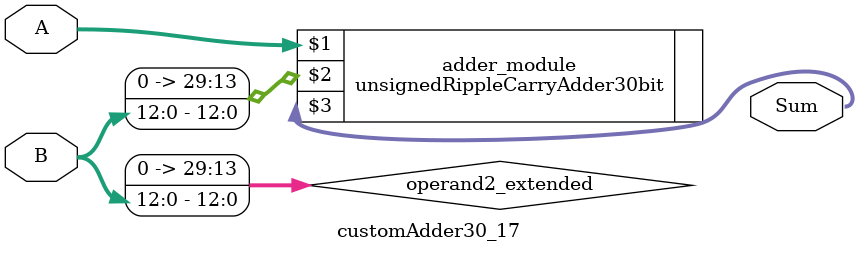
<source format=v>

module customAdder30_17(
                    input [29 : 0] A,
                    input [12 : 0] B,
                    
                    output [30 : 0] Sum
            );

    wire [29 : 0] operand2_extended;
    
    assign operand2_extended =  {17'b0, B};
    
    unsignedRippleCarryAdder30bit adder_module(
        A,
        operand2_extended,
        Sum
    );
    
endmodule
        
</source>
